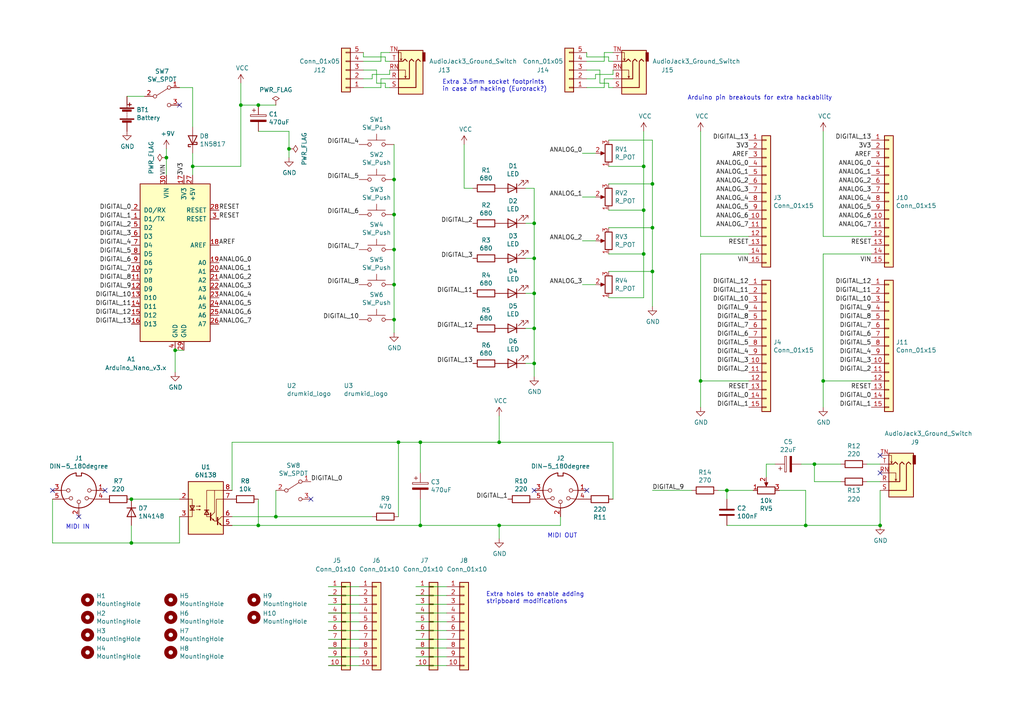
<source format=kicad_sch>
(kicad_sch (version 20211123) (generator eeschema)
  (paper "A4")
  (title_block (title "DrumKid") (rev "v14") (company "by Matt Bradshaw"))
  (lib_symbols
    (symbol "Connector:DIN-5_180degree" (pin_names (offset 1.016))
      (property "Reference" "J" (at 3.175 5.715 0))
      (property "Value" "DIN-5_180degree" (at 0 -6.35 0))
      (symbol "DIN-5_180degree_1_1"
        (pin passive line (at -7.62 0 0) (length 2.54) (name "~") (number "1"))
        (pin passive line (at 0 7.62 270) (length 2.54) (name "~") (number "2"))
        (pin passive line (at 7.62 0 180) (length 2.54) (name "~") (number "3"))
        (pin passive line (at -7.62 2.54 0) (length 2.54) (name "~") (number "4"))
        (pin passive line (at 7.62 2.54 180) (length 2.54) (name "~") (number "5"))
      )
    )
    (symbol "Connector_Generic:Conn_01x05" (pin_names (offset 1.016) hide)
      (property "Reference" "J" (at 0 7.62 0))
      (property "Value" "Conn_01x05" (at 0 -7.62 0))
      (symbol "Conn_01x05_1_1"
        (pin passive line (at -5.08 5.08 0) (length 3.81) (name "Pin_1") (number "1"))
        (pin passive line (at -5.08 2.54 0) (length 3.81) (name "Pin_2") (number "2"))
        (pin passive line (at -5.08 0 0) (length 3.81) (name "Pin_3") (number "3"))
        (pin passive line (at -5.08 -2.54 0) (length 3.81) (name "Pin_4") (number "4"))
        (pin passive line (at -5.08 -5.08 0) (length 3.81) (name "Pin_5") (number "5"))
      )
    )
    (symbol "Connector_Generic:Conn_01x10" (pin_names (offset 1.016) hide)
      (property "Reference" "J" (at 0 12.7 0))
      (property "Value" "Conn_01x10" (at 0 -15.24 0))
      (symbol "Conn_01x10_1_1"
        (pin passive line (at -5.08 10.16 0) (length 3.81) (name "Pin_1") (number "1"))
        (pin passive line (at -5.08 -12.7 0) (length 3.81) (name "Pin_10") (number "10"))
        (pin passive line (at -5.08 7.62 0) (length 3.81) (name "Pin_2") (number "2"))
        (pin passive line (at -5.08 5.08 0) (length 3.81) (name "Pin_3") (number "3"))
        (pin passive line (at -5.08 2.54 0) (length 3.81) (name "Pin_4") (number "4"))
        (pin passive line (at -5.08 0 0) (length 3.81) (name "Pin_5") (number "5"))
        (pin passive line (at -5.08 -2.54 0) (length 3.81) (name "Pin_6") (number "6"))
        (pin passive line (at -5.08 -5.08 0) (length 3.81) (name "Pin_7") (number "7"))
        (pin passive line (at -5.08 -7.62 0) (length 3.81) (name "Pin_8") (number "8"))
        (pin passive line (at -5.08 -10.16 0) (length 3.81) (name "Pin_9") (number "9"))
      )
    )
    (symbol "Connector_Generic:Conn_01x15" (pin_names (offset 1.016) hide)
      (property "Reference" "J" (at 0 20.32 0))
      (property "Value" "Conn_01x15" (at 0 -20.32 0))
      (symbol "Conn_01x15_1_1"
        (pin passive line (at -5.08 17.78 0) (length 3.81) (name "Pin_1") (number "1"))
        (pin passive line (at -5.08 -5.08 0) (length 3.81) (name "Pin_10") (number "10"))
        (pin passive line (at -5.08 -7.62 0) (length 3.81) (name "Pin_11") (number "11"))
        (pin passive line (at -5.08 -10.16 0) (length 3.81) (name "Pin_12") (number "12"))
        (pin passive line (at -5.08 -12.7 0) (length 3.81) (name "Pin_13") (number "13"))
        (pin passive line (at -5.08 -15.24 0) (length 3.81) (name "Pin_14") (number "14"))
        (pin passive line (at -5.08 -17.78 0) (length 3.81) (name "Pin_15") (number "15"))
        (pin passive line (at -5.08 15.24 0) (length 3.81) (name "Pin_2") (number "2"))
        (pin passive line (at -5.08 12.7 0) (length 3.81) (name "Pin_3") (number "3"))
        (pin passive line (at -5.08 10.16 0) (length 3.81) (name "Pin_4") (number "4"))
        (pin passive line (at -5.08 7.62 0) (length 3.81) (name "Pin_5") (number "5"))
        (pin passive line (at -5.08 5.08 0) (length 3.81) (name "Pin_6") (number "6"))
        (pin passive line (at -5.08 2.54 0) (length 3.81) (name "Pin_7") (number "7"))
        (pin passive line (at -5.08 0 0) (length 3.81) (name "Pin_8") (number "8"))
        (pin passive line (at -5.08 -2.54 0) (length 3.81) (name "Pin_9") (number "9"))
      )
    )
    (symbol "Device:Battery" (pin_numbers hide) (pin_names (offset 0) hide)
      (property "Reference" "BT" (at 2.54 2.54 0))
      (property "Value" "Battery" (at 2.54 0 0))
      (symbol "Battery_1_1"
        (pin passive line (at 0 5.08 270) (length 2.54) (name "+") (number "1"))
        (pin passive line (at 0 -5.08 90) (length 2.54) (name "-") (number "2"))
      )
    )
    (symbol "Device:C" (pin_numbers hide) (pin_names (offset 0.254))
      (property "Reference" "C" (at 0.635 2.54 0))
      (property "Value" "C" (at 0.635 -2.54 0))
      (symbol "C_1_1"
        (pin passive line (at 0 3.81 270) (length 2.794) (name "~") (number "1"))
        (pin passive line (at 0 -3.81 90) (length 2.794) (name "~") (number "2"))
      )
    )
    (symbol "Device:LED" (pin_numbers hide) (pin_names (offset 1.016) hide)
      (property "Reference" "D" (at 0 2.54 0))
      (property "Value" "LED" (at 0 -2.54 0))
      (symbol "LED_1_1"
        (pin passive line (at -3.81 0 0) (length 2.54) (name "K") (number "1"))
        (pin passive line (at 3.81 0 180) (length 2.54) (name "A") (number "2"))
      )
    )
    (symbol "Device:R" (pin_numbers hide) (pin_names (offset 0))
      (property "Reference" "R" (at 2.032 0 90))
      (property "Value" "R" (at 0 0 90))
      (symbol "R_1_1"
        (pin passive line (at 0 3.81 270) (length 1.27) (name "~") (number "1"))
        (pin passive line (at 0 -3.81 90) (length 1.27) (name "~") (number "2"))
      )
    )
    (symbol "Diode:1N4148" (pin_numbers hide) (pin_names (offset 1.016) hide)
      (property "Reference" "D" (at 0 2.54 0))
      (property "Value" "1N4148" (at 0 -2.54 0))
      (symbol "1N4148_1_1"
        (pin passive line (at -3.81 0 0) (length 2.54) (name "K") (number "1"))
        (pin passive line (at 3.81 0 180) (length 2.54) (name "A") (number "2"))
      )
    )
    (symbol "Diode:1N5817" (pin_numbers hide) (pin_names (offset 1.016) hide)
      (property "Reference" "D" (at 0 2.54 0))
      (property "Value" "1N5817" (at 0 -2.54 0))
      (symbol "1N5817_1_1"
        (pin passive line (at -3.81 0 0) (length 2.54) (name "K") (number "1"))
        (pin passive line (at 3.81 0 180) (length 2.54) (name "A") (number "2"))
      )
    )
    (symbol "Isolator:6N138" (pin_names (offset 1.016) hide)
      (property "Reference" "U" (at -4.064 8.89 0))
      (property "Value" "6N138" (at 2.286 8.89 0))
      (symbol "6N138_1_1"
        (pin no_connect line (at -5.08 5.08 0) (length 2.54) hide (name "NC") (number "1"))
        (pin passive line (at -7.62 2.54 0) (length 2.54) (name "C1") (number "2"))
        (pin passive line (at -7.62 -2.54 0) (length 2.54) (name "C2") (number "3"))
        (pin no_connect line (at -5.08 -5.08 0) (length 2.54) hide (name "NC") (number "4"))
        (pin passive line (at 7.62 -5.08 180) (length 2.54) (name "GND") (number "5"))
        (pin passive line (at 7.62 -2.54 180) (length 2.54) (name "VO2") (number "6"))
        (pin passive line (at 7.62 2.54 180) (length 2.54) (name "VO1") (number "7"))
        (pin passive line (at 7.62 5.08 180) (length 2.54) (name "VCC") (number "8"))
      )
    )
    (symbol "Mechanical:MountingHole" (pin_names (offset 1.016))
      (property "Reference" "H" (at 0 5.08 0))
      (property "Value" "MountingHole" (at 0 3.175 0))
    )
    (symbol "Switch:SW_Push" (pin_numbers hide) (pin_names (offset 1.016) hide)
      (property "Reference" "SW" (at 1.27 2.54 0))
      (property "Value" "SW_Push" (at 0 -1.524 0))
      (symbol "SW_Push_0_1"
        (pin passive line (at -5.08 0 0) (length 2.54) (name "1") (number "1"))
        (pin passive line (at 5.08 0 180) (length 2.54) (name "2") (number "2"))
      )
    )
    (symbol "Switch:SW_SPDT" (pin_names (offset 0) hide)
      (property "Reference" "SW" (at 0 4.318 0))
      (property "Value" "SW_SPDT" (at 0 -5.08 0))
      (symbol "SW_SPDT_1_1"
        (pin passive line (at 5.08 2.54 180) (length 2.54) (name "A") (number "1"))
        (pin passive line (at -5.08 0 0) (length 2.54) (name "B") (number "2"))
        (pin passive line (at 5.08 -2.54 180) (length 2.54) (name "C") (number "3"))
      )
    )
    (symbol "arduino_nano_v3.x:Arduino_Nano_v3.x" (pin_names (offset 1.016))
      (property "Reference" "A" (at -5.08 26.035 0))
      (property "Value" "Arduino_Nano_v3.x" (at -5.08 24.13 0))
      (symbol "Arduino_Nano_v3.x_1_1"
        (pin bidirectional line (at -12.7 12.7 0) (length 2.54) (name "D1/TX") (number "1"))
        (pin bidirectional line (at -12.7 -2.54 0) (length 2.54) (name "D7") (number "10"))
        (pin bidirectional line (at -12.7 -5.08 0) (length 2.54) (name "D8") (number "11"))
        (pin bidirectional line (at -12.7 -7.62 0) (length 2.54) (name "D9") (number "12"))
        (pin bidirectional line (at -12.7 -10.16 0) (length 2.54) (name "D10") (number "13"))
        (pin bidirectional line (at -12.7 -12.7 0) (length 2.54) (name "D11") (number "14"))
        (pin bidirectional line (at -12.7 -15.24 0) (length 2.54) (name "D12") (number "15"))
        (pin bidirectional line (at -12.7 -17.78 0) (length 2.54) (name "D13") (number "16"))
        (pin power_out line (at 2.54 25.4 270) (length 2.54) (name "3V3") (number "17"))
        (pin input line (at 12.7 5.08 180) (length 2.54) (name "AREF") (number "18"))
        (pin bidirectional line (at 12.7 0 180) (length 2.54) (name "A0") (number "19"))
        (pin bidirectional line (at -12.7 15.24 0) (length 2.54) (name "D0/RX") (number "2"))
        (pin bidirectional line (at 12.7 -2.54 180) (length 2.54) (name "A1") (number "20"))
        (pin bidirectional line (at 12.7 -5.08 180) (length 2.54) (name "A2") (number "21"))
        (pin bidirectional line (at 12.7 -7.62 180) (length 2.54) (name "A3") (number "22"))
        (pin bidirectional line (at 12.7 -10.16 180) (length 2.54) (name "A4") (number "23"))
        (pin bidirectional line (at 12.7 -12.7 180) (length 2.54) (name "A5") (number "24"))
        (pin bidirectional line (at 12.7 -15.24 180) (length 2.54) (name "A6") (number "25"))
        (pin bidirectional line (at 12.7 -17.78 180) (length 2.54) (name "A7") (number "26"))
        (pin bidirectional line (at 5.08 25.4 270) (length 2.54) (name "+5V") (number "27"))
        (pin input line (at 12.7 15.24 180) (length 2.54) (name "RESET") (number "28"))
        (pin power_in line (at 2.54 -25.4 90) (length 2.54) (name "GND") (number "29"))
        (pin input line (at 12.7 12.7 180) (length 2.54) (name "RESET") (number "3"))
        (pin power_in line (at -2.54 25.4 270) (length 2.54) (name "VIN") (number "30"))
        (pin power_in line (at 0 -25.4 90) (length 2.54) (name "GND") (number "4"))
        (pin bidirectional line (at -12.7 10.16 0) (length 2.54) (name "D2") (number "5"))
        (pin bidirectional line (at -12.7 7.62 0) (length 2.54) (name "D3") (number "6"))
        (pin bidirectional line (at -12.7 5.08 0) (length 2.54) (name "D4") (number "7"))
        (pin bidirectional line (at -12.7 2.54 0) (length 2.54) (name "D5") (number "8"))
        (pin bidirectional line (at -12.7 0 0) (length 2.54) (name "D6") (number "9"))
      )
    )
    (symbol "drumkid-rescue:AudioJack3_Ground_Switch-Connector" (pin_names (offset 1.016))
      (property "Reference" "J" (at 0 8.89 0))
      (property "Value" "AudioJack3_Ground_Switch-Connector" (at 0 6.35 0))
      (symbol "AudioJack3_Ground_Switch-Connector_1_1"
        (pin passive line (at 5.08 0 180) (length 2.54) (name "~") (number "R"))
        (pin passive line (at 5.08 -2.54 180) (length 2.54) (name "~") (number "RN"))
        (pin passive line (at 5.08 2.54 180) (length 2.54) (name "~") (number "S"))
        (pin passive line (at 5.08 -5.08 180) (length 2.54) (name "~") (number "T"))
        (pin passive line (at 5.08 -7.62 180) (length 2.54) (name "~") (number "TN"))
      )
    )
    (symbol "drumkid-rescue:CP-Device" (pin_numbers hide) (pin_names (offset 0.254))
      (property "Reference" "C" (at 0.635 2.54 0))
      (property "Value" "CP-Device" (at 0.635 -2.54 0))
      (symbol "CP-Device_1_1"
        (pin passive line (at 0 3.81 270) (length 2.794) (name "~") (number "1"))
        (pin passive line (at 0 -3.81 90) (length 2.794) (name "~") (number "2"))
      )
    )
    (symbol "drumkid-rescue:R_POT-Device" (pin_names (offset 1.016) hide)
      (property "Reference" "RV" (at -4.445 0 90))
      (property "Value" "R_POT-Device" (at -2.54 0 90))
      (symbol "R_POT-Device_1_1"
        (pin passive line (at 0 3.81 270) (length 1.27) (name "1") (number "1"))
        (pin passive line (at 3.81 0 180) (length 1.27) (name "2") (number "2"))
        (pin passive line (at 0 -3.81 90) (length 1.27) (name "3") (number "3"))
      )
    )
    (symbol "drumkidcustom:drumkid_logo" (pin_numbers hide) (pin_names (offset 0) hide)
      (property "Reference" "U" (at 0 0 0))
      (property "Value" "drumkid_logo" (at 0 -2.54 0))
    )
    (symbol "power:+9V" (power) (pin_names (offset 0))
      (property "Value" "+9V" (at 0 3.556 0))
      (symbol "+9V_1_1"
        (pin power_in line (at 0 0 90) (length 0) hide (name "+9V") (number "1"))
      )
    )
    (symbol "power:GND" (power) (pin_names (offset 0))
      (property "Value" "GND" (at 0 -3.81 0))
      (symbol "GND_1_1"
        (pin power_in line (at 0 0 270) (length 0) hide (name "GND") (number "1"))
      )
    )
    (symbol "power:PWR_FLAG" (power) (pin_numbers hide) (pin_names (offset 0) hide)
      (property "Value" "PWR_FLAG" (at 0 3.81 0))
      (symbol "PWR_FLAG_0_0"
        (pin power_out line (at 0 0 90) (length 0) (name "pwr") (number "1"))
      )
    )
    (symbol "power:VCC" (power) (pin_names (offset 0))
      (property "Value" "VCC" (at 0 3.81 0))
      (symbol "VCC_1_1"
        (pin power_in line (at 0 0 90) (length 0) hide (name "VCC") (number "1"))
      )
    )
  )
  (junction (at 80.01 149.86))
  (junction (at 189.23 53.34))
  (junction (at 210.82 142.24))
  (junction (at 189.23 78.74))
  (junction (at 38.1 144.78))
  (junction (at 48.26 45.72))
  (junction (at 154.94 95.25))
  (junction (at 144.78 128.27))
  (junction (at 55.88 48.26))
  (junction (at 74.93 152.4))
  (junction (at 233.68 152.4))
  (junction (at 121.92 152.4))
  (junction (at 83.82 43.18))
  (junction (at 203.2 110.49))
  (junction (at 50.8 101.6))
  (junction (at 114.3 82.55))
  (junction (at 186.69 60.96))
  (junction (at 144.78 152.4))
  (junction (at 154.94 64.77))
  (junction (at 74.93 30.48))
  (junction (at 115.57 128.27))
  (junction (at 255.27 152.4))
  (junction (at 69.85 30.48))
  (junction (at 238.76 110.49))
  (junction (at 154.94 85.09))
  (junction (at 236.22 134.62))
  (junction (at 189.23 66.04))
  (junction (at 154.94 105.41))
  (junction (at 114.3 72.39))
  (junction (at 114.3 52.07))
  (junction (at 154.94 74.93))
  (junction (at 186.69 73.66))
  (junction (at 121.92 128.27))
  (junction (at 114.3 92.71))
  (junction (at 114.3 62.23))
  (junction (at 38.1 157.48))
  (junction (at 186.69 48.26))
  (no_connect (at 255.27 137.16))
  (no_connect (at 30.48 142.24))
  (no_connect (at 52.07 30.48))
  (no_connect (at 90.17 144.78))
  (no_connect (at 154.94 142.24))
  (no_connect (at 170.18 142.24))
  (no_connect (at 22.86 149.86))
  (no_connect (at 15.24 142.24))
  (no_connect (at 255.27 132.08))
  (wire (pts (xy 222.25 134.62) (xy 224.79 134.62)))
  (wire (pts (xy 144.78 152.4) (xy 162.56 152.4)))
  (wire (pts (xy 218.44 142.24) (xy 210.82 142.24)))
  (wire (pts (xy 251.46 139.7) (xy 255.27 139.7)))
  (wire (pts (xy 120.65 170.18) (xy 129.54 170.18)))
  (wire (pts (xy 226.06 142.24) (xy 233.68 142.24)))
  (wire (pts (xy 189.23 142.24) (xy 200.66 142.24)))
  (wire (pts (xy 95.25 172.72) (xy 104.14 172.72)))
  (wire (pts (xy 50.8 101.6) (xy 53.34 101.6)))
  (wire (pts (xy 55.88 48.26) (xy 69.85 48.26)))
  (wire (pts (xy 110.49 25.4) (xy 110.49 22.86)))
  (wire (pts (xy 251.46 134.62) (xy 255.27 134.62)))
  (wire (pts (xy 114.3 72.39) (xy 114.3 82.55)))
  (wire (pts (xy 168.91 82.55) (xy 172.72 82.55)))
  (wire (pts (xy 15.24 144.78) (xy 15.24 157.48)))
  (wire (pts (xy 80.01 149.86) (xy 107.95 149.86)))
  (wire (pts (xy 176.53 73.66) (xy 186.69 73.66)))
  (wire (pts (xy 50.8 101.6) (xy 50.8 107.95)))
  (wire (pts (xy 172.72 22.86) (xy 172.72 21.59)))
  (wire (pts (xy 175.26 22.86) (xy 177.8 22.86)))
  (wire (pts (xy 154.94 54.61) (xy 154.94 64.77)))
  (wire (pts (xy 162.56 152.4) (xy 162.56 149.86)))
  (wire (pts (xy 69.85 30.48) (xy 69.85 24.13)))
  (wire (pts (xy 55.88 25.4) (xy 52.07 25.4)))
  (wire (pts (xy 74.93 38.1) (xy 83.82 38.1)))
  (wire (pts (xy 114.3 41.91) (xy 114.3 52.07)))
  (wire (pts (xy 111.76 25.4) (xy 111.76 24.13)))
  (wire (pts (xy 114.3 92.71) (xy 114.3 96.52)))
  (wire (pts (xy 113.03 21.59) (xy 113.03 20.32)))
  (wire (pts (xy 177.8 25.4) (xy 176.53 25.4)))
  (wire (pts (xy 144.78 156.21) (xy 144.78 152.4)))
  (wire (pts (xy 238.76 73.66) (xy 238.76 110.49)))
  (wire (pts (xy 186.69 86.36) (xy 186.69 73.66)))
  (wire (pts (xy 121.92 144.78) (xy 121.92 152.4)))
  (wire (pts (xy 121.92 152.4) (xy 144.78 152.4)))
  (wire (pts (xy 107.95 21.59) (xy 113.03 21.59)))
  (wire (pts (xy 95.25 182.88) (xy 104.14 182.88)))
  (wire (pts (xy 55.88 48.26) (xy 55.88 44.45)))
  (wire (pts (xy 210.82 142.24) (xy 208.28 142.24)))
  (wire (pts (xy 80.01 142.24) (xy 80.01 149.86)))
  (wire (pts (xy 186.69 73.66) (xy 186.69 60.96)))
  (wire (pts (xy 238.76 38.1) (xy 238.76 68.58)))
  (wire (pts (xy 217.17 73.66) (xy 203.2 73.66)))
  (wire (pts (xy 69.85 48.26) (xy 69.85 30.48)))
  (wire (pts (xy 120.65 185.42) (xy 129.54 185.42)))
  (wire (pts (xy 236.22 139.7) (xy 243.84 139.7)))
  (wire (pts (xy 120.65 187.96) (xy 129.54 187.96)))
  (wire (pts (xy 113.03 17.78) (xy 111.76 17.78)))
  (wire (pts (xy 55.88 50.8) (xy 55.88 48.26)))
  (wire (pts (xy 120.65 180.34) (xy 129.54 180.34)))
  (wire (pts (xy 210.82 152.4) (xy 233.68 152.4)))
  (wire (pts (xy 152.4 74.93) (xy 154.94 74.93)))
  (wire (pts (xy 95.25 193.04) (xy 104.14 193.04)))
  (wire (pts (xy 69.85 30.48) (xy 74.93 30.48)))
  (wire (pts (xy 222.25 138.43) (xy 222.25 134.62)))
  (wire (pts (xy 115.57 128.27) (xy 121.92 128.27)))
  (wire (pts (xy 189.23 78.74) (xy 189.23 88.9)))
  (wire (pts (xy 74.93 152.4) (xy 121.92 152.4)))
  (wire (pts (xy 154.94 95.25) (xy 154.94 105.41)))
  (wire (pts (xy 111.76 16.51) (xy 105.41 16.51)))
  (wire (pts (xy 52.07 157.48) (xy 38.1 157.48)))
  (wire (pts (xy 168.91 57.15) (xy 172.72 57.15)))
  (wire (pts (xy 134.62 41.91) (xy 134.62 54.61)))
  (wire (pts (xy 95.25 177.8) (xy 104.14 177.8)))
  (wire (pts (xy 186.69 48.26) (xy 176.53 48.26)))
  (wire (pts (xy 95.25 190.5) (xy 104.14 190.5)))
  (wire (pts (xy 121.92 128.27) (xy 144.78 128.27)))
  (wire (pts (xy 177.8 128.27) (xy 144.78 128.27)))
  (wire (pts (xy 176.53 16.51) (xy 170.18 16.51)))
  (wire (pts (xy 152.4 95.25) (xy 154.94 95.25)))
  (wire (pts (xy 115.57 149.86) (xy 115.57 128.27)))
  (wire (pts (xy 107.95 22.86) (xy 107.95 21.59)))
  (wire (pts (xy 120.65 172.72) (xy 129.54 172.72)))
  (wire (pts (xy 144.78 120.65) (xy 144.78 128.27)))
  (wire (pts (xy 55.88 25.4) (xy 55.88 36.83)))
  (wire (pts (xy 111.76 24.13) (xy 109.22 24.13)))
  (wire (pts (xy 52.07 149.86) (xy 52.07 157.48)))
  (wire (pts (xy 238.76 68.58) (xy 252.73 68.58)))
  (wire (pts (xy 176.53 66.04) (xy 189.23 66.04)))
  (wire (pts (xy 83.82 43.18) (xy 83.82 45.72)))
  (wire (pts (xy 175.26 25.4) (xy 175.26 22.86)))
  (wire (pts (xy 186.69 60.96) (xy 176.53 60.96)))
  (wire (pts (xy 120.65 182.88) (xy 129.54 182.88)))
  (wire (pts (xy 36.83 27.94) (xy 41.91 27.94)))
  (wire (pts (xy 111.76 25.4) (xy 113.03 25.4)))
  (wire (pts (xy 186.69 38.1) (xy 186.69 48.26)))
  (wire (pts (xy 74.93 30.48) (xy 80.01 30.48)))
  (wire (pts (xy 120.65 193.04) (xy 129.54 193.04)))
  (wire (pts (xy 152.4 64.77) (xy 154.94 64.77)))
  (wire (pts (xy 189.23 40.64) (xy 189.23 53.34)))
  (wire (pts (xy 95.25 175.26) (xy 104.14 175.26)))
  (wire (pts (xy 95.25 185.42) (xy 104.14 185.42)))
  (wire (pts (xy 176.53 40.64) (xy 189.23 40.64)))
  (wire (pts (xy 154.94 74.93) (xy 154.94 85.09)))
  (wire (pts (xy 176.53 17.78) (xy 176.53 16.51)))
  (wire (pts (xy 38.1 157.48) (xy 38.1 152.4)))
  (wire (pts (xy 168.91 69.85) (xy 172.72 69.85)))
  (wire (pts (xy 170.18 16.51) (xy 170.18 15.24)))
  (wire (pts (xy 74.93 144.78) (xy 74.93 152.4)))
  (wire (pts (xy 105.41 22.86) (xy 107.95 22.86)))
  (wire (pts (xy 232.41 134.62) (xy 236.22 134.62)))
  (wire (pts (xy 67.31 128.27) (xy 115.57 128.27)))
  (wire (pts (xy 236.22 134.62) (xy 243.84 134.62)))
  (wire (pts (xy 170.18 17.78) (xy 175.26 17.78)))
  (wire (pts (xy 189.23 78.74) (xy 189.23 66.04)))
  (wire (pts (xy 173.99 20.32) (xy 170.18 20.32)))
  (wire (pts (xy 110.49 15.24) (xy 113.03 15.24)))
  (wire (pts (xy 175.26 15.24) (xy 177.8 15.24)))
  (wire (pts (xy 137.16 54.61) (xy 134.62 54.61)))
  (wire (pts (xy 210.82 144.78) (xy 210.82 142.24)))
  (wire (pts (xy 176.53 86.36) (xy 186.69 86.36)))
  (wire (pts (xy 38.1 144.78) (xy 52.07 144.78)))
  (wire (pts (xy 120.65 190.5) (xy 129.54 190.5)))
  (wire (pts (xy 203.2 38.1) (xy 203.2 68.58)))
  (wire (pts (xy 203.2 68.58) (xy 217.17 68.58)))
  (wire (pts (xy 252.73 73.66) (xy 238.76 73.66)))
  (wire (pts (xy 121.92 137.16) (xy 121.92 128.27)))
  (wire (pts (xy 114.3 82.55) (xy 114.3 92.71)))
  (wire (pts (xy 203.2 73.66) (xy 203.2 110.49)))
  (wire (pts (xy 176.53 25.4) (xy 176.53 24.13)))
  (wire (pts (xy 252.73 110.49) (xy 238.76 110.49)))
  (wire (pts (xy 114.3 52.07) (xy 114.3 62.23)))
  (wire (pts (xy 217.17 110.49) (xy 203.2 110.49)))
  (wire (pts (xy 173.99 24.13) (xy 173.99 20.32)))
  (wire (pts (xy 189.23 53.34) (xy 189.23 66.04)))
  (wire (pts (xy 203.2 110.49) (xy 203.2 118.11)))
  (wire (pts (xy 154.94 85.09) (xy 154.94 95.25)))
  (wire (pts (xy 67.31 149.86) (xy 80.01 149.86)))
  (wire (pts (xy 186.69 48.26) (xy 186.69 60.96)))
  (wire (pts (xy 152.4 85.09) (xy 154.94 85.09)))
  (wire (pts (xy 67.31 142.24) (xy 67.31 128.27)))
  (wire (pts (xy 95.25 170.18) (xy 104.14 170.18)))
  (wire (pts (xy 154.94 64.77) (xy 154.94 74.93)))
  (wire (pts (xy 95.25 187.96) (xy 104.14 187.96)))
  (wire (pts (xy 177.8 17.78) (xy 176.53 17.78)))
  (wire (pts (xy 109.22 24.13) (xy 109.22 20.32)))
  (wire (pts (xy 110.49 22.86) (xy 113.03 22.86)))
  (wire (pts (xy 111.76 17.78) (xy 111.76 16.51)))
  (wire (pts (xy 170.18 25.4) (xy 175.26 25.4)))
  (wire (pts (xy 255.27 142.24) (xy 255.27 152.4)))
  (wire (pts (xy 170.18 22.86) (xy 172.72 22.86)))
  (wire (pts (xy 110.49 17.78) (xy 110.49 15.24)))
  (wire (pts (xy 120.65 175.26) (xy 129.54 175.26)))
  (wire (pts (xy 48.26 45.72) (xy 48.26 43.18)))
  (wire (pts (xy 154.94 105.41) (xy 152.4 105.41)))
  (wire (pts (xy 95.25 180.34) (xy 104.14 180.34)))
  (wire (pts (xy 114.3 62.23) (xy 114.3 72.39)))
  (wire (pts (xy 105.41 17.78) (xy 110.49 17.78)))
  (wire (pts (xy 110.49 25.4) (xy 105.41 25.4)))
  (wire (pts (xy 109.22 20.32) (xy 105.41 20.32)))
  (wire (pts (xy 238.76 110.49) (xy 238.76 118.11)))
  (wire (pts (xy 176.53 78.74) (xy 189.23 78.74)))
  (wire (pts (xy 15.24 157.48) (xy 38.1 157.48)))
  (wire (pts (xy 176.53 24.13) (xy 173.99 24.13)))
  (wire (pts (xy 154.94 109.22) (xy 154.94 105.41)))
  (wire (pts (xy 48.26 50.8) (xy 48.26 45.72)))
  (wire (pts (xy 177.8 21.59) (xy 177.8 20.32)))
  (wire (pts (xy 83.82 38.1) (xy 83.82 43.18)))
  (wire (pts (xy 177.8 144.78) (xy 177.8 128.27)))
  (wire (pts (xy 168.91 44.45) (xy 172.72 44.45)))
  (wire (pts (xy 172.72 21.59) (xy 177.8 21.59)))
  (wire (pts (xy 105.41 16.51) (xy 105.41 15.24)))
  (wire (pts (xy 233.68 152.4) (xy 255.27 152.4)))
  (wire (pts (xy 120.65 177.8) (xy 129.54 177.8)))
  (wire (pts (xy 189.23 53.34) (xy 176.53 53.34)))
  (wire (pts (xy 67.31 152.4) (xy 74.93 152.4)))
  (wire (pts (xy 175.26 17.78) (xy 175.26 15.24)))
  (wire (pts (xy 233.68 142.24) (xy 233.68 152.4)))
  (wire (pts (xy 152.4 54.61) (xy 154.94 54.61)))
  (wire (pts (xy 236.22 134.62) (xy 236.22 139.7)))
  (text "Extra holes to enable adding\nstripboard modifications" (at 140.97 175.26 0) (effects (font (size 1.27 1.27)) (justify left bottom)))
  (text "MIDI OUT" (at 158.75 156.21 0) (effects (font (size 1.27 1.27)) (justify left bottom)))
  (text "Arduino pin breakouts for extra hackability" (at 199.39 29.21 0) (effects (font (size 1.27 1.27)) (justify left bottom)))
  (text "MIDI IN" (at 19.05 153.67 0) (effects (font (size 1.27 1.27)) (justify left bottom)))
  (text "Extra 3.5mm socket footprints\nin case of hacking (Eurorack?)" (at 128.27 26.67 0) (effects (font (size 1.27 1.27)) (justify left bottom)))
  (label "ANALOG_0" (at 252.73 48.26 180))
  (label "DIGITAL_11" (at 137.16 85.09 180))
  (label "RESET" (at 63.5 63.5 0))
  (label "DIGITAL_10" (at 104.14 92.71 180))
  (label "ANALOG_3" (at 252.73 55.88 180))
  (label "DIGITAL_0" (at 252.73 115.57 180))
  (label "ANALOG_5" (at 252.73 60.96 180))
  (label "DIGITAL_13" (at 217.17 40.64 180))
  (label "ANALOG_4" (at 63.5 86.36 0))
  (label "AREF" (at 217.17 45.72 180))
  (label "DIGITAL_7" (at 38.1 78.74 180))
  (label "DIGITAL_5" (at 38.1 73.66 180))
  (label "DIGITAL_10" (at 252.73 87.63 180))
  (label "DIGITAL_0" (at 217.17 115.57 180))
  (label "ANALOG_3" (at 168.91 82.55 180))
  (label "ANALOG_6" (at 63.5 91.44 0))
  (label "DIGITAL_5" (at 217.17 100.33 180))
  (label "DIGITAL_7" (at 217.17 95.25 180))
  (label "DIGITAL_11" (at 252.73 85.09 180))
  (label "DIGITAL_2" (at 38.1 66.04 180))
  (label "ANALOG_7" (at 252.73 66.04 180))
  (label "RESET" (at 63.5 60.96 0))
  (label "DIGITAL_9" (at 217.17 90.17 180))
  (label "DIGITAL_8" (at 38.1 81.28 180))
  (label "DIGITAL_13" (at 38.1 93.98 180))
  (label "VIN" (at 217.17 76.2 180))
  (label "ANALOG_2" (at 63.5 81.28 0))
  (label "DIGITAL_7" (at 104.14 72.39 180))
  (label "DIGITAL_4" (at 38.1 71.12 180))
  (label "DIGITAL_13" (at 252.73 40.64 180))
  (label "DIGITAL_8" (at 217.17 92.71 180))
  (label "3V3" (at 53.34 50.8 90))
  (label "ANALOG_2" (at 217.17 53.34 180))
  (label "ANALOG_4" (at 217.17 58.42 180))
  (label "DIGITAL_12" (at 217.17 82.55 180))
  (label "ANALOG_3" (at 217.17 55.88 180))
  (label "DIGITAL_6" (at 104.14 62.23 180))
  (label "ANALOG_1" (at 217.17 50.8 180))
  (label "RESET" (at 217.17 113.03 180))
  (label "DIGITAL_9" (at 189.23 142.24 0))
  (label "DIGITAL_0" (at 90.17 139.7 0))
  (label "ANALOG_3" (at 63.5 83.82 0))
  (label "DIGITAL_9" (at 38.1 83.82 180))
  (label "AREF" (at 252.73 45.72 180))
  (label "VIN" (at 252.73 76.2 180))
  (label "DIGITAL_3" (at 217.17 105.41 180))
  (label "DIGITAL_3" (at 252.73 105.41 180))
  (label "DIGITAL_8" (at 104.14 82.55 180))
  (label "DIGITAL_1" (at 147.32 144.78 180))
  (label "DIGITAL_2" (at 217.17 107.95 180))
  (label "ANALOG_7" (at 217.17 66.04 180))
  (label "RESET" (at 217.17 71.12 180))
  (label "DIGITAL_12" (at 252.73 82.55 180))
  (label "DIGITAL_7" (at 252.73 95.25 180))
  (label "DIGITAL_8" (at 252.73 92.71 180))
  (label "RESET" (at 252.73 113.03 180))
  (label "ANALOG_5" (at 63.5 88.9 0))
  (label "AREF" (at 63.5 71.12 0))
  (label "DIGITAL_6" (at 38.1 76.2 180))
  (label "DIGITAL_0" (at 38.1 60.96 180))
  (label "3V3" (at 252.73 43.18 180))
  (label "DIGITAL_6" (at 252.73 97.79 180))
  (label "DIGITAL_12" (at 137.16 95.25 180))
  (label "ANALOG_0" (at 168.91 44.45 180))
  (label "ANALOG_7" (at 63.5 93.98 0))
  (label "DIGITAL_9" (at 252.73 90.17 180))
  (label "DIGITAL_1" (at 38.1 63.5 180))
  (label "DIGITAL_3" (at 38.1 68.58 180))
  (label "ANALOG_4" (at 252.73 58.42 180))
  (label "ANALOG_1" (at 63.5 78.74 0))
  (label "VIN" (at 48.26 50.8 90))
  (label "ANALOG_2" (at 168.91 69.85 180))
  (label "DIGITAL_5" (at 252.73 100.33 180))
  (label "ANALOG_6" (at 252.73 63.5 180))
  (label "ANALOG_1" (at 168.91 57.15 180))
  (label "DIGITAL_10" (at 217.17 87.63 180))
  (label "DIGITAL_11" (at 38.1 88.9 180))
  (label "DIGITAL_11" (at 217.17 85.09 180))
  (label "DIGITAL_10" (at 38.1 86.36 180))
  (label "ANALOG_0" (at 217.17 48.26 180))
  (label "DIGITAL_13" (at 137.16 105.41 180))
  (label "DIGITAL_4" (at 217.17 102.87 180))
  (label "ANALOG_2" (at 252.73 53.34 180))
  (label "DIGITAL_12" (at 38.1 91.44 180))
  (label "ANALOG_1" (at 252.73 50.8 180))
  (label "DIGITAL_2" (at 252.73 107.95 180))
  (label "DIGITAL_4" (at 252.73 102.87 180))
  (label "DIGITAL_3" (at 137.16 74.93 180))
  (label "DIGITAL_6" (at 217.17 97.79 180))
  (label "ANALOG_6" (at 217.17 63.5 180))
  (label "DIGITAL_1" (at 252.73 118.11 180))
  (label "ANALOG_5" (at 217.17 60.96 180))
  (label "DIGITAL_4" (at 104.14 41.91 180))
  (label "DIGITAL_2" (at 137.16 64.77 180))
  (label "DIGITAL_1" (at 217.17 118.11 180))
  (label "ANALOG_0" (at 63.5 76.2 0))
  (label "3V3" (at 217.17 43.18 180))
  (label "RESET" (at 252.73 71.12 180))
  (label "DIGITAL_5" (at 104.14 52.07 180))
  (symbol (lib_id "Device:LED") (at 148.59 64.77 180) (unit 1)
    (property "Reference" "D2" (at 148.7932 58.293 0))
    (property "Value" "LED" (at 148.7932 60.6044 0))
    (property "Footprint" "drumkidcustom:LED_D5.0mm" (effects hide))
  )
  (symbol (lib_id "Device:R") (at 140.97 64.77 270) (unit 1)
    (property "Reference" "R2" (at 140.97 59.5122 90))
    (property "Value" "680" (at 140.97 61.8236 90))
    (property "Footprint" "Resistor_SMD:R_0805_2012Metric" (effects hide))
  )
  (symbol (lib_id "Device:Battery") (at 36.83 33.02 0) (unit 1)
    (property "Reference" "BT1" (at 39.5732 31.8516 0) (effects (justify left)))
    (property "Value" "Battery" (at 39.5732 34.163 0) (effects (justify left)))
    (property "Footprint" "Connector_Wire:SolderWirePad_1x02_P5.08mm_Drill1.5mm" (effects hide))
  )
  (symbol (lib_id "power:PWR_FLAG") (at 80.01 30.48 0) (unit 1)
    (property "Reference" "#FLG02" (effects hide))
    (property "Value" "PWR_FLAG" (at 80.01 26.0604 0))
  )
  (symbol (lib_id "Switch:SW_SPDT") (at 46.99 27.94 0) (unit 1)
    (property "Reference" "SW7" (at 46.99 20.701 0))
    (property "Value" "SW_SPDT" (at 46.99 23.0124 0))
    (property "Footprint" "drumkidcustom:EG1206" (effects hide))
  )
  (symbol (lib_id "Device:LED") (at 148.59 74.93 180) (unit 1)
    (property "Reference" "D3" (at 148.7932 68.453 0))
    (property "Value" "LED" (at 148.7932 70.7644 0))
    (property "Footprint" "drumkidcustom:LED_D5.0mm" (effects hide))
  )
  (symbol (lib_id "Device:LED") (at 148.59 85.09 180) (unit 1)
    (property "Reference" "D4" (at 148.7932 78.613 0))
    (property "Value" "LED" (at 148.7932 80.9244 0))
    (property "Footprint" "drumkidcustom:LED_D5.0mm" (effects hide))
  )
  (symbol (lib_id "Device:LED") (at 148.59 95.25 180) (unit 1)
    (property "Reference" "D5" (at 148.7932 88.773 0))
    (property "Value" "LED" (at 148.7932 91.0844 0))
    (property "Footprint" "drumkidcustom:LED_D5.0mm" (effects hide))
  )
  (symbol (lib_id "Device:LED") (at 148.59 105.41 180) (unit 1)
    (property "Reference" "D6" (at 148.7932 98.933 0))
    (property "Value" "LED" (at 148.7932 101.2444 0))
    (property "Footprint" "drumkidcustom:LED_D5.0mm" (effects hide))
  )
  (symbol (lib_id "Device:R") (at 140.97 74.93 270) (unit 1)
    (property "Reference" "R3" (at 140.97 69.6722 90))
    (property "Value" "680" (at 140.97 71.9836 90))
    (property "Footprint" "Resistor_SMD:R_0805_2012Metric" (effects hide))
  )
  (symbol (lib_id "Device:R") (at 140.97 85.09 270) (unit 1)
    (property "Reference" "R4" (at 140.97 79.8322 90))
    (property "Value" "680" (at 140.97 82.1436 90))
    (property "Footprint" "Resistor_SMD:R_0805_2012Metric" (effects hide))
  )
  (symbol (lib_id "Device:R") (at 140.97 95.25 270) (unit 1)
    (property "Reference" "R5" (at 140.97 89.9922 90))
    (property "Value" "680" (at 140.97 92.3036 90))
    (property "Footprint" "Resistor_SMD:R_0805_2012Metric" (effects hide))
  )
  (symbol (lib_id "Device:R") (at 140.97 105.41 270) (unit 1)
    (property "Reference" "R6" (at 140.97 100.1522 90))
    (property "Value" "680" (at 140.97 102.4636 90))
    (property "Footprint" "Resistor_SMD:R_0805_2012Metric" (effects hide))
  )
  (symbol (lib_id "Switch:SW_Push") (at 109.22 41.91 0) (unit 1)
    (property "Reference" "SW1" (at 109.22 34.671 0))
    (property "Value" "SW_Push" (at 109.22 36.9824 0))
    (property "Footprint" "drumkidcustom:SW_PUSH-12mm_Wuerth-430476085716" (effects hide))
  )
  (symbol (lib_id "Switch:SW_Push") (at 109.22 52.07 0) (unit 1)
    (property "Reference" "SW2" (at 109.22 44.831 0))
    (property "Value" "SW_Push" (at 109.22 47.1424 0))
    (property "Footprint" "drumkidcustom:SW_PUSH-12mm_Wuerth-430476085716" (effects hide))
  )
  (symbol (lib_id "Switch:SW_Push") (at 109.22 62.23 0) (unit 1)
    (property "Reference" "SW3" (at 109.22 54.991 0))
    (property "Value" "SW_Push" (at 109.22 57.3024 0))
    (property "Footprint" "drumkidcustom:SW_PUSH-12mm_Wuerth-430476085716" (effects hide))
  )
  (symbol (lib_id "Switch:SW_Push") (at 109.22 72.39 0) (unit 1)
    (property "Reference" "SW4" (at 109.22 65.151 0))
    (property "Value" "SW_Push" (at 109.22 67.4624 0))
    (property "Footprint" "drumkidcustom:SW_PUSH-12mm_Wuerth-430476085716" (effects hide))
  )
  (symbol (lib_id "Switch:SW_Push") (at 109.22 82.55 0) (unit 1)
    (property "Reference" "SW5" (at 109.22 75.311 0))
    (property "Value" "SW_Push" (at 109.22 77.6224 0))
    (property "Footprint" "drumkidcustom:SW_PUSH-12mm_Wuerth-430476085716" (effects hide))
  )
  (symbol (lib_id "power:GND") (at 154.94 109.22 0) (unit 1)
    (property "Reference" "#PWR011" (effects hide))
    (property "Value" "GND" (at 155.067 113.6142 0))
  )
  (symbol (lib_id "drumkid-rescue:R_POT-Device") (at 176.53 44.45 180) (unit 1)
    (property "Reference" "RV1" (at 178.308 43.2816 0) (effects (justify right)))
    (property "Value" "R_POT" (at 178.308 45.593 0) (effects (justify right)))
    (property "Footprint" "drumkidcustom:Potentiometer_Alps_RK09K_Single_Vertical" (effects hide))
  )
  (symbol (lib_id "drumkid-rescue:R_POT-Device") (at 176.53 57.15 180) (unit 1)
    (property "Reference" "RV2" (at 178.308 55.9816 0) (effects (justify right)))
    (property "Value" "R_POT" (at 178.308 58.293 0) (effects (justify right)))
    (property "Footprint" "drumkidcustom:Potentiometer_Alps_RK09K_Single_Vertical" (effects hide))
  )
  (symbol (lib_id "drumkid-rescue:R_POT-Device") (at 176.53 69.85 180) (unit 1)
    (property "Reference" "RV3" (at 178.308 68.6816 0) (effects (justify right)))
    (property "Value" "R_POT" (at 178.308 70.993 0) (effects (justify right)))
    (property "Footprint" "drumkidcustom:Potentiometer_Alps_RK09K_Single_Vertical" (effects hide))
  )
  (symbol (lib_id "power:GND") (at 189.23 88.9 0) (unit 1)
    (property "Reference" "#PWR012" (effects hide))
    (property "Value" "GND" (at 189.357 93.2942 0))
  )
  (symbol (lib_id "drumkid-rescue:AudioJack3_Ground_Switch-Connector") (at 260.35 139.7 180) (unit 1)
    (property "Reference" "J9" (at 264.16 128.27 0) (effects (justify right)))
    (property "Value" "AudioJack3_Ground_Switch" (at 256.54 125.73 0) (effects (justify right)))
    (property "Footprint" "drumkidcustom:Tayda_3.5mm_stereo_TRS_jack_A-853" (effects hide))
  )
  (symbol (lib_id "drumkid-rescue:R_POT-Device") (at 222.25 142.24 90) (unit 1)
    (property "Reference" "RV5" (at 222.25 147.4978 90))
    (property "Value" "10k" (at 222.25 145.1864 90))
    (property "Footprint" "drumkidcustom:Potentiometer_Alps_RK09K_Single_Vertical" (effects hide))
  )
  (symbol (lib_id "Switch:SW_Push") (at 109.22 92.71 0) (unit 1)
    (property "Reference" "SW6" (at 109.22 85.471 0))
    (property "Value" "SW_Push" (at 109.22 87.7824 0))
    (property "Footprint" "drumkidcustom:SW_PUSH-12mm_Wuerth-430476085716" (effects hide))
  )
  (symbol (lib_id "drumkid-rescue:R_POT-Device") (at 176.53 82.55 180) (unit 1)
    (property "Reference" "RV4" (at 178.308 81.3816 0) (effects (justify right)))
    (property "Value" "R_POT" (at 178.308 83.693 0) (effects (justify right)))
    (property "Footprint" "drumkidcustom:Potentiometer_Alps_RK09K_Single_Vertical" (effects hide))
  )
  (symbol (lib_id "Mechanical:MountingHole") (at 25.4 173.99 0) (unit 1)
    (property "Reference" "H1" (at 27.94 172.8216 0) (effects (justify left)))
    (property "Value" "MountingHole" (at 27.94 175.133 0) (effects (justify left)))
    (property "Footprint" "drumkidcustom:MountingHole_3.2mm_M3" (effects hide))
  )
  (symbol (lib_id "Mechanical:MountingHole") (at 25.4 179.07 0) (unit 1)
    (property "Reference" "H2" (at 27.94 177.9016 0) (effects (justify left)))
    (property "Value" "MountingHole" (at 27.94 180.213 0) (effects (justify left)))
    (property "Footprint" "drumkidcustom:MountingHole_3.2mm_M3" (effects hide))
  )
  (symbol (lib_id "Mechanical:MountingHole") (at 25.4 184.15 0) (unit 1)
    (property "Reference" "H3" (at 27.94 182.9816 0) (effects (justify left)))
    (property "Value" "MountingHole" (at 27.94 185.293 0) (effects (justify left)))
    (property "Footprint" "drumkidcustom:MountingHole_3.2mm_M3" (effects hide))
  )
  (symbol (lib_id "Mechanical:MountingHole") (at 25.4 189.23 0) (unit 1)
    (property "Reference" "H4" (at 27.94 188.0616 0) (effects (justify left)))
    (property "Value" "MountingHole" (at 27.94 190.373 0) (effects (justify left)))
    (property "Footprint" "drumkidcustom:MountingHole_3.2mm_M3" (effects hide))
  )
  (symbol (lib_id "Mechanical:MountingHole") (at 49.53 173.99 0) (unit 1)
    (property "Reference" "H5" (at 52.07 172.8216 0) (effects (justify left)))
    (property "Value" "MountingHole" (at 52.07 175.133 0) (effects (justify left)))
    (property "Footprint" "drumkidcustom:MountingHole_3.2mm_M3" (effects hide))
  )
  (symbol (lib_id "Mechanical:MountingHole") (at 49.53 179.07 0) (unit 1)
    (property "Reference" "H6" (at 52.07 177.9016 0) (effects (justify left)))
    (property "Value" "MountingHole" (at 52.07 180.213 0) (effects (justify left)))
    (property "Footprint" "drumkidcustom:MountingHole_3.2mm_M3" (effects hide))
  )
  (symbol (lib_id "Mechanical:MountingHole") (at 49.53 184.15 0) (unit 1)
    (property "Reference" "H7" (at 52.07 182.9816 0) (effects (justify left)))
    (property "Value" "MountingHole" (at 52.07 185.293 0) (effects (justify left)))
    (property "Footprint" "drumkidcustom:MountingHole_3.2mm_M3" (effects hide))
  )
  (symbol (lib_id "Mechanical:MountingHole") (at 49.53 189.23 0) (unit 1)
    (property "Reference" "H8" (at 52.07 188.0616 0) (effects (justify left)))
    (property "Value" "MountingHole" (at 52.07 190.373 0) (effects (justify left)))
    (property "Footprint" "drumkidcustom:MountingHole_3.2mm_M3" (effects hide))
  )
  (symbol (lib_id "Device:LED") (at 148.59 54.61 180) (unit 1)
    (property "Reference" "D1" (at 148.7932 48.133 0))
    (property "Value" "LED" (at 148.7932 50.4444 0))
    (property "Footprint" "drumkidcustom:LED_D5.0mm" (effects hide))
  )
  (symbol (lib_id "power:GND") (at 255.27 152.4 0) (unit 1)
    (property "Reference" "#PWR0103" (effects hide))
    (property "Value" "GND" (at 255.397 156.7942 0))
  )
  (symbol (lib_id "power:+9V") (at 48.26 43.18 0) (unit 1)
    (property "Reference" "#PWR0113" (effects hide))
    (property "Value" "+9V" (at 48.641 38.7858 0))
  )
  (symbol (lib_id "power:PWR_FLAG") (at 48.26 45.72 90) (unit 1)
    (property "Reference" "#FLG0101" (effects hide))
    (property "Value" "PWR_FLAG" (at 43.8404 45.72 0))
  )
  (symbol (lib_id "power:PWR_FLAG") (at 83.82 43.18 270) (unit 1)
    (property "Reference" "#FLG0102" (effects hide))
    (property "Value" "PWR_FLAG" (at 88.2396 43.18 0))
  )
  (symbol (lib_id "drumkid-rescue:CP-Device") (at 121.92 140.97 0) (unit 1)
    (property "Reference" "C3" (at 124.9172 139.8016 0) (effects (justify left)))
    (property "Value" "470uF" (at 124.9172 142.113 0) (effects (justify left)))
    (property "Footprint" "Capacitor_THT:CP_Radial_D6.3mm_P2.50mm" (effects hide))
  )
  (symbol (lib_id "Mechanical:MountingHole") (at 73.66 173.99 0) (unit 1)
    (property "Reference" "H9" (at 76.2 172.8216 0) (effects (justify left)))
    (property "Value" "MountingHole" (at 76.2 175.133 0) (effects (justify left)))
    (property "Footprint" "drumkidcustom:MountingHole_3.2mm_M3" (effects hide))
  )
  (symbol (lib_id "Mechanical:MountingHole") (at 73.66 179.07 0) (unit 1)
    (property "Reference" "H10" (at 76.2 177.9016 0) (effects (justify left)))
    (property "Value" "MountingHole" (at 76.2 180.213 0) (effects (justify left)))
    (property "Footprint" "drumkidcustom:MountingHole_3.2mm_M3" (effects hide))
  )
  (symbol (lib_id "arduino_nano_v3.x:Arduino_Nano_v3.x") (at 50.8 76.2 0) (unit 1)
    (property "Reference" "A1" (at 38.1 104.14 0))
    (property "Value" "Arduino_Nano_v3.x" (at 39.37 106.68 0))
    (property "Footprint" "Module:Arduino_Nano_WithMountingHoles" (effects hide))
    (property "Datasheet" "http://www.mouser.com/pdfdocs/Gravitech_Arduino_Nano3_0.pdf" (effects hide))
  )
  (symbol (lib_id "power:GND") (at 50.8 107.95 0) (unit 1)
    (property "Reference" "#PWR0104" (effects hide))
    (property "Value" "GND" (at 50.927 112.3442 0))
  )
  (symbol (lib_id "Diode:1N5817") (at 55.88 40.64 90) (unit 1)
    (property "Reference" "D8" (at 57.8866 39.4716 90) (effects (justify right)))
    (property "Value" "1N5817" (at 57.8866 41.783 90) (effects (justify right)))
    (property "Footprint" "Diode_SMD:D_SOD-123" (effects hide))
    (property "Datasheet" "http://www.vishay.com/docs/88525/1n5817.pdf" (effects hide))
  )
  (symbol (lib_id "power:VCC") (at 69.85 24.13 0) (unit 1)
    (property "Reference" "#PWR0105" (effects hide))
    (property "Value" "VCC" (at 70.2818 19.7358 0))
  )
  (symbol (lib_id "power:GND") (at 36.83 38.1 0) (unit 1)
    (property "Reference" "#PWR0106" (effects hide))
    (property "Value" "GND" (at 36.957 42.4942 0))
  )
  (symbol (lib_id "power:GND") (at 114.3 96.52 0) (unit 1)
    (property "Reference" "#PWR0101" (effects hide))
    (property "Value" "GND" (at 114.427 100.9142 0))
  )
  (symbol (lib_id "Connector:DIN-5_180degree") (at 22.86 142.24 180) (unit 1)
    (property "Reference" "J1" (at 22.86 132.9182 0))
    (property "Value" "DIN-5_180degree" (at 22.86 135.2296 0))
    (property "Footprint" "drumkidcustom:MIDI_DIN5" (effects hide))
    (property "Datasheet" "http://www.mouser.com/ds/2/18/40_c091_abd_e-75918.pdf" (effects hide))
  )
  (symbol (lib_id "power:GND") (at 144.78 156.21 0) (unit 1)
    (property "Reference" "#PWR0102" (effects hide))
    (property "Value" "GND" (at 144.907 160.6042 0))
  )
  (symbol (lib_id "Connector:DIN-5_180degree") (at 162.56 142.24 180) (unit 1)
    (property "Reference" "J2" (at 162.56 132.9182 0))
    (property "Value" "DIN-5_180degree" (at 162.56 135.2296 0))
    (property "Footprint" "drumkidcustom:MIDI_DIN5" (effects hide))
    (property "Datasheet" "http://www.mouser.com/ds/2/18/40_c091_abd_e-75918.pdf" (effects hide))
  )
  (symbol (lib_id "Device:R") (at 151.13 144.78 270) (unit 1)
    (property "Reference" "R10" (at 151.13 139.5222 90))
    (property "Value" "220" (at 151.13 141.8336 90))
    (property "Footprint" "Resistor_SMD:R_0805_2012Metric" (effects hide))
  )
  (symbol (lib_id "Device:R") (at 173.99 144.78 90) (unit 1)
    (property "Reference" "R11" (at 173.99 150.0378 90))
    (property "Value" "220" (at 173.99 147.7264 90))
    (property "Footprint" "Resistor_SMD:R_0805_2012Metric" (effects hide))
  )
  (symbol (lib_id "power:VCC") (at 144.78 120.65 0) (unit 1)
    (property "Reference" "#PWR0107" (effects hide))
    (property "Value" "VCC" (at 145.2118 116.2558 0))
  )
  (symbol (lib_id "Device:R") (at 34.29 144.78 270) (unit 1)
    (property "Reference" "R7" (at 34.29 139.5222 90))
    (property "Value" "220" (at 34.29 141.8336 90))
    (property "Footprint" "Resistor_SMD:R_0805_2012Metric" (effects hide))
  )
  (symbol (lib_id "Diode:1N4148") (at 38.1 148.59 270) (unit 1)
    (property "Reference" "D7" (at 40.1066 147.4216 90) (effects (justify left)))
    (property "Value" "1N4148" (at 40.1066 149.733 90) (effects (justify left)))
    (property "Footprint" "Diode_SMD:D_SOD-123" (effects hide))
    (property "Datasheet" "http://www.nxp.com/documents/data_sheet/1N4148_1N4448.pdf" (effects hide))
  )
  (symbol (lib_id "Isolator:6N138") (at 59.69 147.32 0) (unit 1)
    (property "Reference" "U1" (at 59.69 135.4582 0))
    (property "Value" "6N138" (at 59.69 137.7696 0))
    (property "Footprint" "Package_DIP:PowerIntegrations_SMD-8" (effects hide))
    (property "Datasheet" "http://www.onsemi.com/pub/Collateral/HCPL2731-D.pdf" (effects hide))
  )
  (symbol (lib_id "Device:R") (at 111.76 149.86 270) (unit 1)
    (property "Reference" "R9" (at 111.76 144.6022 90))
    (property "Value" "470" (at 111.76 146.9136 90))
    (property "Footprint" "Resistor_SMD:R_0805_2012Metric" (effects hide))
  )
  (symbol (lib_id "Device:R") (at 71.12 144.78 270) (unit 1)
    (property "Reference" "R8" (at 71.12 139.5222 90))
    (property "Value" "10k" (at 71.12 141.8336 90))
    (property "Footprint" "Resistor_SMD:R_0805_2012Metric" (effects hide))
  )
  (symbol (lib_id "Device:R") (at 140.97 54.61 270) (unit 1)
    (property "Reference" "R1" (at 140.97 49.3522 90))
    (property "Value" "680" (at 140.97 51.6636 90))
    (property "Footprint" "Resistor_SMD:R_0805_2012Metric" (effects hide))
  )
  (symbol (lib_id "power:VCC") (at 134.62 41.91 0) (unit 1)
    (property "Reference" "#PWR0108" (effects hide))
    (property "Value" "VCC" (at 135.0518 37.5158 0))
  )
  (symbol (lib_id "power:VCC") (at 186.69 38.1 0) (unit 1)
    (property "Reference" "#PWR0109" (effects hide))
    (property "Value" "VCC" (at 187.1218 33.7058 0))
  )
  (symbol (lib_id "Switch:SW_SPDT") (at 85.09 142.24 0) (unit 1)
    (property "Reference" "SW8" (at 85.09 135.001 0))
    (property "Value" "SW_SPDT" (at 85.09 137.3124 0))
    (property "Footprint" "drumkidcustom:EG1206" (effects hide))
  )
  (symbol (lib_id "Connector_Generic:Conn_01x15") (at 222.25 58.42 0) (unit 1)
    (property "Reference" "J3" (at 224.282 57.3532 0) (effects (justify left)))
    (property "Value" "Conn_01x15" (at 224.282 59.6646 0) (effects (justify left)))
    (property "Footprint" "Connector_PinSocket_2.54mm:PinSocket_1x15_P2.54mm_Vertical" (effects hide))
  )
  (symbol (lib_id "Connector_Generic:Conn_01x15") (at 222.25 100.33 0) (unit 1)
    (property "Reference" "J4" (at 224.282 99.2632 0) (effects (justify left)))
    (property "Value" "Conn_01x15" (at 224.282 101.5746 0) (effects (justify left)))
    (property "Footprint" "Connector_PinSocket_2.54mm:PinSocket_1x15_P2.54mm_Vertical" (effects hide))
  )
  (symbol (lib_id "power:VCC") (at 203.2 38.1 0) (unit 1)
    (property "Reference" "#PWR0110" (effects hide))
    (property "Value" "VCC" (at 203.6318 33.7058 0))
  )
  (symbol (lib_id "power:GND") (at 203.2 118.11 0) (unit 1)
    (property "Reference" "#PWR0111" (effects hide))
    (property "Value" "GND" (at 203.327 122.5042 0))
  )
  (symbol (lib_id "drumkid-rescue:CP-Device") (at 74.93 34.29 0) (unit 1)
    (property "Reference" "C1" (at 77.9272 33.1216 0) (effects (justify left)))
    (property "Value" "470uF" (at 77.9272 35.433 0) (effects (justify left)))
    (property "Footprint" "Capacitor_THT:CP_Radial_D6.3mm_P2.50mm" (effects hide))
  )
  (symbol (lib_id "power:GND") (at 83.82 45.72 0) (unit 1)
    (property "Reference" "#PWR0112" (effects hide))
    (property "Value" "GND" (at 83.947 50.1142 0))
  )
  (symbol (lib_id "drumkid-rescue:CP-Device") (at 228.6 134.62 90) (unit 1)
    (property "Reference" "C5" (at 228.6 128.143 90))
    (property "Value" "22uF" (at 228.6 130.4544 90))
    (property "Footprint" "Capacitor_SMD:C_0603_1608Metric" (effects hide))
  )
  (symbol (lib_id "Device:R") (at 247.65 134.62 270) (unit 1)
    (property "Reference" "R12" (at 247.65 129.3622 90))
    (property "Value" "220" (at 247.65 131.6736 90))
    (property "Footprint" "Resistor_SMD:R_0805_2012Metric" (effects hide))
  )
  (symbol (lib_id "Device:R") (at 247.65 139.7 270) (unit 1)
    (property "Reference" "R13" (at 247.65 142.24 90))
    (property "Value" "220" (at 247.65 144.78 90))
    (property "Footprint" "Resistor_SMD:R_0805_2012Metric" (effects hide))
  )
  (symbol (lib_id "Device:R") (at 204.47 142.24 270) (unit 1)
    (property "Reference" "R14" (at 204.47 136.9822 90))
    (property "Value" "270" (at 204.47 139.2936 90))
    (property "Footprint" "Resistor_SMD:R_0805_2012Metric" (effects hide))
  )
  (symbol (lib_id "Device:C") (at 210.82 148.59 0) (unit 1)
    (property "Reference" "C2" (at 213.741 147.4216 0) (effects (justify left)))
    (property "Value" "100nF" (at 213.741 149.733 0) (effects (justify left)))
    (property "Footprint" "Capacitor_SMD:C_0402_1005Metric" (effects hide))
  )
  (symbol (lib_id "Connector_Generic:Conn_01x15") (at 257.81 58.42 0) (unit 1)
    (property "Reference" "J10" (at 259.842 57.3532 0) (effects (justify left)))
    (property "Value" "Conn_01x15" (at 259.842 59.6646 0) (effects (justify left)))
    (property "Footprint" "Connector_PinHeader_2.54mm:PinHeader_1x15_P2.54mm_Vertical" (effects hide))
  )
  (symbol (lib_id "Connector_Generic:Conn_01x15") (at 257.81 100.33 0) (unit 1)
    (property "Reference" "J11" (at 259.842 99.2632 0) (effects (justify left)))
    (property "Value" "Conn_01x15" (at 259.842 101.5746 0) (effects (justify left)))
    (property "Footprint" "Connector_PinHeader_2.54mm:PinHeader_1x15_P2.54mm_Vertical" (effects hide))
  )
  (symbol (lib_id "power:VCC") (at 238.76 38.1 0) (unit 1)
    (property "Reference" "#PWR01" (effects hide))
    (property "Value" "VCC" (at 239.1918 33.7058 0))
  )
  (symbol (lib_id "power:GND") (at 238.76 118.11 0) (unit 1)
    (property "Reference" "#PWR02" (effects hide))
    (property "Value" "GND" (at 238.887 122.5042 0))
  )
  (symbol (lib_id "Connector_Generic:Conn_01x10") (at 100.33 180.34 0) (unit 1)
    (property "Reference" "J5" (at 96.52 162.56 0) (effects (justify left)))
    (property "Value" "Conn_01x10" (at 91.44 165.1 0) (effects (justify left)))
    (property "Footprint" "Connector_PinSocket_2.54mm:PinSocket_1x10_P2.54mm_Vertical" (effects hide))
  )
  (symbol (lib_id "Connector_Generic:Conn_01x10") (at 109.22 180.34 0) (unit 1)
    (property "Reference" "J6" (at 107.95 162.56 0) (effects (justify left)))
    (property "Value" "Conn_01x10" (at 104.14 165.1 0) (effects (justify left)))
    (property "Footprint" "Connector_PinHeader_2.54mm:PinHeader_1x10_P2.54mm_Vertical" (effects hide))
  )
  (symbol (lib_id "Connector_Generic:Conn_01x10") (at 125.73 180.34 0) (unit 1)
    (property "Reference" "J7" (at 121.92 162.56 0) (effects (justify left)))
    (property "Value" "Conn_01x10" (at 116.84 165.1 0) (effects (justify left)))
    (property "Footprint" "Connector_PinHeader_2.54mm:PinHeader_1x10_P2.54mm_Vertical" (effects hide))
  )
  (symbol (lib_id "Connector_Generic:Conn_01x10") (at 134.62 180.34 0) (unit 1)
    (property "Reference" "J8" (at 133.35 162.56 0) (effects (justify left)))
    (property "Value" "Conn_01x10" (at 129.54 165.1 0) (effects (justify left)))
    (property "Footprint" "Connector_PinSocket_2.54mm:PinSocket_1x10_P2.54mm_Vertical" (effects hide))
  )
  (symbol (lib_id "drumkid-rescue:AudioJack3_Ground_Switch-Connector") (at 182.88 22.86 180) (unit 1)
    (property "Reference" "J15" (at 191.77 20.32 0) (effects (justify right)))
    (property "Value" "AudioJack3_Ground_Switch" (at 189.23 17.78 0) (effects (justify right)))
    (property "Footprint" "drumkidcustom:Tayda_3.5mm_stereo_TRS_jack_A-853" (effects hide))
  )
  (symbol (lib_id "Connector_Generic:Conn_01x05") (at 165.1 20.32 180) (unit 1)
    (property "Reference" "J14" (at 157.48 20.32 0))
    (property "Value" "Conn_01x05" (at 157.48 17.78 0))
    (property "Footprint" "Connector_PinSocket_2.54mm:PinSocket_1x05_P2.54mm_Vertical" (effects hide))
  )
  (symbol (lib_id "drumkid-rescue:AudioJack3_Ground_Switch-Connector") (at 118.11 22.86 180) (unit 1)
    (property "Reference" "J13" (at 127 20.32 0) (effects (justify right)))
    (property "Value" "AudioJack3_Ground_Switch" (at 124.46 17.78 0) (effects (justify right)))
    (property "Footprint" "drumkidcustom:Tayda_3.5mm_stereo_TRS_jack_A-853" (effects hide))
  )
  (symbol (lib_id "Connector_Generic:Conn_01x05") (at 100.33 20.32 180) (unit 1)
    (property "Reference" "J12" (at 92.71 20.32 0))
    (property "Value" "Conn_01x05" (at 92.71 17.78 0))
    (property "Footprint" "Connector_PinSocket_2.54mm:PinSocket_1x05_P2.54mm_Vertical" (effects hide))
  )
  (symbol (lib_id "drumkidcustom:drumkid_logo") (at 82.55 113.03 0) (unit 1)
    (property "Reference" "U2" (at 83.185 111.8616 0) (effects (justify left)))
    (property "Value" "drumkid_logo" (at 83.185 114.173 0) (effects (justify left)))
    (property "Footprint" "drumkidcustom:drumkid_logo" (effects hide))
  )
  (symbol (lib_id "drumkidcustom:drumkid_logo") (at 99.06 113.03 0) (unit 1)
    (property "Reference" "U3" (at 99.695 111.8616 0) (effects (justify left)))
    (property "Value" "drumkid_logo" (at 99.695 114.173 0) (effects (justify left)))
    (property "Footprint" "drumkidcustom:drumkid_logo" (effects hide))
  )
)
</source>
